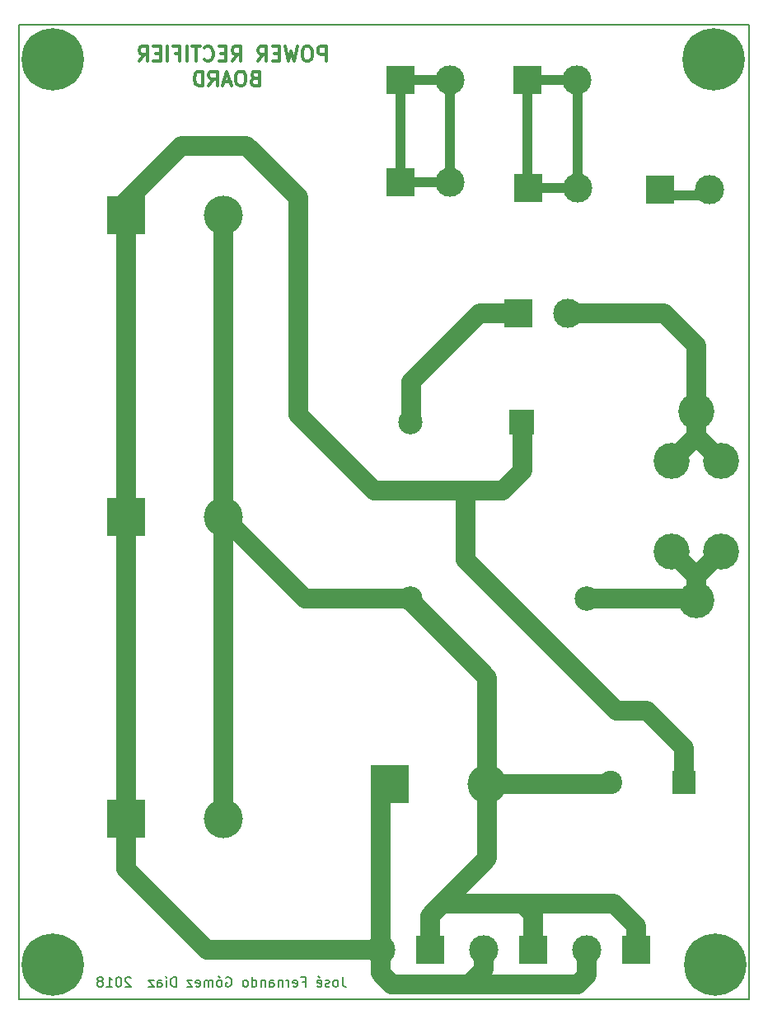
<source format=gbl>
G04 #@! TF.FileFunction,Copper,L2,Bot,Signal*
%FSLAX46Y46*%
G04 Gerber Fmt 4.6, Leading zero omitted, Abs format (unit mm)*
G04 Created by KiCad (PCBNEW 4.0.7) date 03/19/18 23:09:54*
%MOMM*%
%LPD*%
G01*
G04 APERTURE LIST*
%ADD10C,0.100000*%
%ADD11C,0.300000*%
%ADD12C,0.200000*%
%ADD13C,0.150000*%
%ADD14C,2.500000*%
%ADD15R,2.500000X2.500000*%
%ADD16R,4.000000X4.000000*%
%ADD17C,4.000000*%
%ADD18R,2.400000X2.400000*%
%ADD19C,2.400000*%
%ADD20R,3.000000X3.000000*%
%ADD21C,3.000000*%
%ADD22C,3.700000*%
%ADD23C,6.400000*%
%ADD24C,2.000000*%
%ADD25C,1.000000*%
G04 APERTURE END LIST*
D10*
D11*
X151542857Y-38703571D02*
X151542857Y-37203571D01*
X150971429Y-37203571D01*
X150828571Y-37275000D01*
X150757143Y-37346429D01*
X150685714Y-37489286D01*
X150685714Y-37703571D01*
X150757143Y-37846429D01*
X150828571Y-37917857D01*
X150971429Y-37989286D01*
X151542857Y-37989286D01*
X149757143Y-37203571D02*
X149471429Y-37203571D01*
X149328571Y-37275000D01*
X149185714Y-37417857D01*
X149114286Y-37703571D01*
X149114286Y-38203571D01*
X149185714Y-38489286D01*
X149328571Y-38632143D01*
X149471429Y-38703571D01*
X149757143Y-38703571D01*
X149900000Y-38632143D01*
X150042857Y-38489286D01*
X150114286Y-38203571D01*
X150114286Y-37703571D01*
X150042857Y-37417857D01*
X149900000Y-37275000D01*
X149757143Y-37203571D01*
X148614285Y-37203571D02*
X148257142Y-38703571D01*
X147971428Y-37632143D01*
X147685714Y-38703571D01*
X147328571Y-37203571D01*
X146757142Y-37917857D02*
X146257142Y-37917857D01*
X146042856Y-38703571D02*
X146757142Y-38703571D01*
X146757142Y-37203571D01*
X146042856Y-37203571D01*
X144542856Y-38703571D02*
X145042856Y-37989286D01*
X145399999Y-38703571D02*
X145399999Y-37203571D01*
X144828571Y-37203571D01*
X144685713Y-37275000D01*
X144614285Y-37346429D01*
X144542856Y-37489286D01*
X144542856Y-37703571D01*
X144614285Y-37846429D01*
X144685713Y-37917857D01*
X144828571Y-37989286D01*
X145399999Y-37989286D01*
X141899999Y-38703571D02*
X142399999Y-37989286D01*
X142757142Y-38703571D02*
X142757142Y-37203571D01*
X142185714Y-37203571D01*
X142042856Y-37275000D01*
X141971428Y-37346429D01*
X141899999Y-37489286D01*
X141899999Y-37703571D01*
X141971428Y-37846429D01*
X142042856Y-37917857D01*
X142185714Y-37989286D01*
X142757142Y-37989286D01*
X141257142Y-37917857D02*
X140757142Y-37917857D01*
X140542856Y-38703571D02*
X141257142Y-38703571D01*
X141257142Y-37203571D01*
X140542856Y-37203571D01*
X139042856Y-38560714D02*
X139114285Y-38632143D01*
X139328571Y-38703571D01*
X139471428Y-38703571D01*
X139685713Y-38632143D01*
X139828571Y-38489286D01*
X139899999Y-38346429D01*
X139971428Y-38060714D01*
X139971428Y-37846429D01*
X139899999Y-37560714D01*
X139828571Y-37417857D01*
X139685713Y-37275000D01*
X139471428Y-37203571D01*
X139328571Y-37203571D01*
X139114285Y-37275000D01*
X139042856Y-37346429D01*
X138614285Y-37203571D02*
X137757142Y-37203571D01*
X138185713Y-38703571D02*
X138185713Y-37203571D01*
X137257142Y-38703571D02*
X137257142Y-37203571D01*
X136042856Y-37917857D02*
X136542856Y-37917857D01*
X136542856Y-38703571D02*
X136542856Y-37203571D01*
X135828570Y-37203571D01*
X135257142Y-38703571D02*
X135257142Y-37203571D01*
X134542856Y-37917857D02*
X134042856Y-37917857D01*
X133828570Y-38703571D02*
X134542856Y-38703571D01*
X134542856Y-37203571D01*
X133828570Y-37203571D01*
X132328570Y-38703571D02*
X132828570Y-37989286D01*
X133185713Y-38703571D02*
X133185713Y-37203571D01*
X132614285Y-37203571D01*
X132471427Y-37275000D01*
X132399999Y-37346429D01*
X132328570Y-37489286D01*
X132328570Y-37703571D01*
X132399999Y-37846429D01*
X132471427Y-37917857D01*
X132614285Y-37989286D01*
X133185713Y-37989286D01*
X144221428Y-40467857D02*
X144007142Y-40539286D01*
X143935714Y-40610714D01*
X143864285Y-40753571D01*
X143864285Y-40967857D01*
X143935714Y-41110714D01*
X144007142Y-41182143D01*
X144150000Y-41253571D01*
X144721428Y-41253571D01*
X144721428Y-39753571D01*
X144221428Y-39753571D01*
X144078571Y-39825000D01*
X144007142Y-39896429D01*
X143935714Y-40039286D01*
X143935714Y-40182143D01*
X144007142Y-40325000D01*
X144078571Y-40396429D01*
X144221428Y-40467857D01*
X144721428Y-40467857D01*
X142935714Y-39753571D02*
X142650000Y-39753571D01*
X142507142Y-39825000D01*
X142364285Y-39967857D01*
X142292857Y-40253571D01*
X142292857Y-40753571D01*
X142364285Y-41039286D01*
X142507142Y-41182143D01*
X142650000Y-41253571D01*
X142935714Y-41253571D01*
X143078571Y-41182143D01*
X143221428Y-41039286D01*
X143292857Y-40753571D01*
X143292857Y-40253571D01*
X143221428Y-39967857D01*
X143078571Y-39825000D01*
X142935714Y-39753571D01*
X141721428Y-40825000D02*
X141007142Y-40825000D01*
X141864285Y-41253571D02*
X141364285Y-39753571D01*
X140864285Y-41253571D01*
X139507142Y-41253571D02*
X140007142Y-40539286D01*
X140364285Y-41253571D02*
X140364285Y-39753571D01*
X139792857Y-39753571D01*
X139649999Y-39825000D01*
X139578571Y-39896429D01*
X139507142Y-40039286D01*
X139507142Y-40253571D01*
X139578571Y-40396429D01*
X139649999Y-40467857D01*
X139792857Y-40539286D01*
X140364285Y-40539286D01*
X138864285Y-41253571D02*
X138864285Y-39753571D01*
X138507142Y-39753571D01*
X138292857Y-39825000D01*
X138149999Y-39967857D01*
X138078571Y-40110714D01*
X138007142Y-40396429D01*
X138007142Y-40610714D01*
X138078571Y-40896429D01*
X138149999Y-41039286D01*
X138292857Y-41182143D01*
X138507142Y-41253571D01*
X138864285Y-41253571D01*
D12*
X153228572Y-132752381D02*
X153228572Y-133466667D01*
X153276192Y-133609524D01*
X153371430Y-133704762D01*
X153514287Y-133752381D01*
X153609525Y-133752381D01*
X152609525Y-133752381D02*
X152704763Y-133704762D01*
X152752382Y-133657143D01*
X152800001Y-133561905D01*
X152800001Y-133276190D01*
X152752382Y-133180952D01*
X152704763Y-133133333D01*
X152609525Y-133085714D01*
X152466667Y-133085714D01*
X152371429Y-133133333D01*
X152323810Y-133180952D01*
X152276191Y-133276190D01*
X152276191Y-133561905D01*
X152323810Y-133657143D01*
X152371429Y-133704762D01*
X152466667Y-133752381D01*
X152609525Y-133752381D01*
X151895239Y-133704762D02*
X151800001Y-133752381D01*
X151609525Y-133752381D01*
X151514286Y-133704762D01*
X151466667Y-133609524D01*
X151466667Y-133561905D01*
X151514286Y-133466667D01*
X151609525Y-133419048D01*
X151752382Y-133419048D01*
X151847620Y-133371429D01*
X151895239Y-133276190D01*
X151895239Y-133228571D01*
X151847620Y-133133333D01*
X151752382Y-133085714D01*
X151609525Y-133085714D01*
X151514286Y-133133333D01*
X150657143Y-133704762D02*
X150752381Y-133752381D01*
X150942858Y-133752381D01*
X151038096Y-133704762D01*
X151085715Y-133609524D01*
X151085715Y-133228571D01*
X151038096Y-133133333D01*
X150942858Y-133085714D01*
X150752381Y-133085714D01*
X150657143Y-133133333D01*
X150609524Y-133228571D01*
X150609524Y-133323810D01*
X151085715Y-133419048D01*
X150752381Y-132704762D02*
X150895239Y-132847619D01*
X149085714Y-133228571D02*
X149419048Y-133228571D01*
X149419048Y-133752381D02*
X149419048Y-132752381D01*
X148942857Y-132752381D01*
X148180952Y-133704762D02*
X148276190Y-133752381D01*
X148466667Y-133752381D01*
X148561905Y-133704762D01*
X148609524Y-133609524D01*
X148609524Y-133228571D01*
X148561905Y-133133333D01*
X148466667Y-133085714D01*
X148276190Y-133085714D01*
X148180952Y-133133333D01*
X148133333Y-133228571D01*
X148133333Y-133323810D01*
X148609524Y-133419048D01*
X147704762Y-133752381D02*
X147704762Y-133085714D01*
X147704762Y-133276190D02*
X147657143Y-133180952D01*
X147609524Y-133133333D01*
X147514286Y-133085714D01*
X147419047Y-133085714D01*
X147085714Y-133085714D02*
X147085714Y-133752381D01*
X147085714Y-133180952D02*
X147038095Y-133133333D01*
X146942857Y-133085714D01*
X146799999Y-133085714D01*
X146704761Y-133133333D01*
X146657142Y-133228571D01*
X146657142Y-133752381D01*
X145752380Y-133752381D02*
X145752380Y-133228571D01*
X145799999Y-133133333D01*
X145895237Y-133085714D01*
X146085714Y-133085714D01*
X146180952Y-133133333D01*
X145752380Y-133704762D02*
X145847618Y-133752381D01*
X146085714Y-133752381D01*
X146180952Y-133704762D01*
X146228571Y-133609524D01*
X146228571Y-133514286D01*
X146180952Y-133419048D01*
X146085714Y-133371429D01*
X145847618Y-133371429D01*
X145752380Y-133323810D01*
X145276190Y-133085714D02*
X145276190Y-133752381D01*
X145276190Y-133180952D02*
X145228571Y-133133333D01*
X145133333Y-133085714D01*
X144990475Y-133085714D01*
X144895237Y-133133333D01*
X144847618Y-133228571D01*
X144847618Y-133752381D01*
X143942856Y-133752381D02*
X143942856Y-132752381D01*
X143942856Y-133704762D02*
X144038094Y-133752381D01*
X144228571Y-133752381D01*
X144323809Y-133704762D01*
X144371428Y-133657143D01*
X144419047Y-133561905D01*
X144419047Y-133276190D01*
X144371428Y-133180952D01*
X144323809Y-133133333D01*
X144228571Y-133085714D01*
X144038094Y-133085714D01*
X143942856Y-133133333D01*
X143323809Y-133752381D02*
X143419047Y-133704762D01*
X143466666Y-133657143D01*
X143514285Y-133561905D01*
X143514285Y-133276190D01*
X143466666Y-133180952D01*
X143419047Y-133133333D01*
X143323809Y-133085714D01*
X143180951Y-133085714D01*
X143085713Y-133133333D01*
X143038094Y-133180952D01*
X142990475Y-133276190D01*
X142990475Y-133561905D01*
X143038094Y-133657143D01*
X143085713Y-133704762D01*
X143180951Y-133752381D01*
X143323809Y-133752381D01*
X141276189Y-132800000D02*
X141371427Y-132752381D01*
X141514284Y-132752381D01*
X141657142Y-132800000D01*
X141752380Y-132895238D01*
X141799999Y-132990476D01*
X141847618Y-133180952D01*
X141847618Y-133323810D01*
X141799999Y-133514286D01*
X141752380Y-133609524D01*
X141657142Y-133704762D01*
X141514284Y-133752381D01*
X141419046Y-133752381D01*
X141276189Y-133704762D01*
X141228570Y-133657143D01*
X141228570Y-133323810D01*
X141419046Y-133323810D01*
X140657142Y-133752381D02*
X140752380Y-133704762D01*
X140799999Y-133657143D01*
X140847618Y-133561905D01*
X140847618Y-133276190D01*
X140799999Y-133180952D01*
X140752380Y-133133333D01*
X140657142Y-133085714D01*
X140514284Y-133085714D01*
X140419046Y-133133333D01*
X140371427Y-133180952D01*
X140323808Y-133276190D01*
X140323808Y-133561905D01*
X140371427Y-133657143D01*
X140419046Y-133704762D01*
X140514284Y-133752381D01*
X140657142Y-133752381D01*
X140466665Y-132704762D02*
X140609523Y-132847619D01*
X139895237Y-133752381D02*
X139895237Y-133085714D01*
X139895237Y-133180952D02*
X139847618Y-133133333D01*
X139752380Y-133085714D01*
X139609522Y-133085714D01*
X139514284Y-133133333D01*
X139466665Y-133228571D01*
X139466665Y-133752381D01*
X139466665Y-133228571D02*
X139419046Y-133133333D01*
X139323808Y-133085714D01*
X139180951Y-133085714D01*
X139085713Y-133133333D01*
X139038094Y-133228571D01*
X139038094Y-133752381D01*
X138180951Y-133704762D02*
X138276189Y-133752381D01*
X138466666Y-133752381D01*
X138561904Y-133704762D01*
X138609523Y-133609524D01*
X138609523Y-133228571D01*
X138561904Y-133133333D01*
X138466666Y-133085714D01*
X138276189Y-133085714D01*
X138180951Y-133133333D01*
X138133332Y-133228571D01*
X138133332Y-133323810D01*
X138609523Y-133419048D01*
X137799999Y-133085714D02*
X137276189Y-133085714D01*
X137799999Y-133752381D01*
X137276189Y-133752381D01*
X136133332Y-133752381D02*
X136133332Y-132752381D01*
X135895237Y-132752381D01*
X135752379Y-132800000D01*
X135657141Y-132895238D01*
X135609522Y-132990476D01*
X135561903Y-133180952D01*
X135561903Y-133323810D01*
X135609522Y-133514286D01*
X135657141Y-133609524D01*
X135752379Y-133704762D01*
X135895237Y-133752381D01*
X136133332Y-133752381D01*
X135133332Y-133752381D02*
X135133332Y-133085714D01*
X135038094Y-132704762D02*
X135180951Y-132847619D01*
X134228570Y-133752381D02*
X134228570Y-133228571D01*
X134276189Y-133133333D01*
X134371427Y-133085714D01*
X134561904Y-133085714D01*
X134657142Y-133133333D01*
X134228570Y-133704762D02*
X134323808Y-133752381D01*
X134561904Y-133752381D01*
X134657142Y-133704762D01*
X134704761Y-133609524D01*
X134704761Y-133514286D01*
X134657142Y-133419048D01*
X134561904Y-133371429D01*
X134323808Y-133371429D01*
X134228570Y-133323810D01*
X133847618Y-133085714D02*
X133323808Y-133085714D01*
X133847618Y-133752381D01*
X133323808Y-133752381D01*
X131466665Y-132847619D02*
X131419046Y-132800000D01*
X131323808Y-132752381D01*
X131085712Y-132752381D01*
X130990474Y-132800000D01*
X130942855Y-132847619D01*
X130895236Y-132942857D01*
X130895236Y-133038095D01*
X130942855Y-133180952D01*
X131514284Y-133752381D01*
X130895236Y-133752381D01*
X130276189Y-132752381D02*
X130180950Y-132752381D01*
X130085712Y-132800000D01*
X130038093Y-132847619D01*
X129990474Y-132942857D01*
X129942855Y-133133333D01*
X129942855Y-133371429D01*
X129990474Y-133561905D01*
X130038093Y-133657143D01*
X130085712Y-133704762D01*
X130180950Y-133752381D01*
X130276189Y-133752381D01*
X130371427Y-133704762D01*
X130419046Y-133657143D01*
X130466665Y-133561905D01*
X130514284Y-133371429D01*
X130514284Y-133133333D01*
X130466665Y-132942857D01*
X130419046Y-132847619D01*
X130371427Y-132800000D01*
X130276189Y-132752381D01*
X128990474Y-133752381D02*
X129561903Y-133752381D01*
X129276189Y-133752381D02*
X129276189Y-132752381D01*
X129371427Y-132895238D01*
X129466665Y-132990476D01*
X129561903Y-133038095D01*
X128419046Y-133180952D02*
X128514284Y-133133333D01*
X128561903Y-133085714D01*
X128609522Y-132990476D01*
X128609522Y-132942857D01*
X128561903Y-132847619D01*
X128514284Y-132800000D01*
X128419046Y-132752381D01*
X128228569Y-132752381D01*
X128133331Y-132800000D01*
X128085712Y-132847619D01*
X128038093Y-132942857D01*
X128038093Y-132990476D01*
X128085712Y-133085714D01*
X128133331Y-133133333D01*
X128228569Y-133180952D01*
X128419046Y-133180952D01*
X128514284Y-133228571D01*
X128561903Y-133276190D01*
X128609522Y-133371429D01*
X128609522Y-133561905D01*
X128561903Y-133657143D01*
X128514284Y-133704762D01*
X128419046Y-133752381D01*
X128228569Y-133752381D01*
X128133331Y-133704762D01*
X128085712Y-133657143D01*
X128038093Y-133561905D01*
X128038093Y-133371429D01*
X128085712Y-133276190D01*
X128133331Y-133228571D01*
X128228569Y-133180952D01*
D13*
X195000000Y-35000000D02*
X120000000Y-35000000D01*
X195000000Y-135000000D02*
X195000000Y-35000000D01*
X120000000Y-35000000D02*
X120000000Y-135000000D01*
X120000000Y-135000000D02*
X195000000Y-135000000D01*
D14*
X178300000Y-93900000D03*
X160200000Y-75800000D03*
D15*
X171600000Y-75800000D03*
D14*
X160200000Y-93900000D03*
D16*
X131000000Y-54500000D03*
D17*
X141000000Y-54500000D03*
D16*
X131000000Y-85500000D03*
D17*
X141000000Y-85500000D03*
D16*
X131000000Y-116500000D03*
D17*
X141000000Y-116500000D03*
D16*
X158100000Y-112900000D03*
D17*
X168100000Y-112900000D03*
D18*
X188300000Y-112800000D03*
D19*
X180800000Y-112800000D03*
D20*
X159200000Y-40600000D03*
D21*
X164280000Y-40600000D03*
D20*
X172200000Y-40600000D03*
D21*
X177280000Y-40600000D03*
D20*
X159200000Y-51100000D03*
D21*
X164280000Y-51100000D03*
D20*
X172300000Y-51700000D03*
D21*
X177380000Y-51700000D03*
D20*
X185900000Y-51900000D03*
D21*
X190980000Y-51900000D03*
D20*
X171300000Y-64600000D03*
D21*
X176380000Y-64600000D03*
D20*
X162200000Y-130000000D03*
D21*
X157120000Y-130000000D03*
D20*
X172800000Y-130000000D03*
D21*
X167720000Y-130000000D03*
D20*
X183400000Y-130000000D03*
D21*
X178320000Y-130000000D03*
D22*
X189600000Y-74700000D03*
X189600000Y-94100000D03*
X187040000Y-79740000D03*
X192150000Y-79740000D03*
X187060000Y-89060000D03*
X192160000Y-89060000D03*
D23*
X123500000Y-38500000D03*
X123500000Y-131500000D03*
X191400000Y-38500000D03*
X191500000Y-131500000D03*
D24*
X167720000Y-130000000D02*
X167720000Y-131980000D01*
X167720000Y-131980000D02*
X166200000Y-133500000D01*
X167900000Y-130180000D02*
X167720000Y-130000000D01*
X157120000Y-130000000D02*
X157120000Y-132320000D01*
X157120000Y-132320000D02*
X158300000Y-133500000D01*
X158300000Y-133500000D02*
X166200000Y-133500000D01*
X178320000Y-132580000D02*
X178320000Y-130000000D01*
X167900000Y-133500000D02*
X177400000Y-133500000D01*
X166200000Y-133500000D02*
X167900000Y-133500000D01*
X177400000Y-133500000D02*
X178320000Y-132580000D01*
X157120000Y-130000000D02*
X157120000Y-113880000D01*
X157120000Y-113880000D02*
X158100000Y-112900000D01*
X131000000Y-116500000D02*
X131000000Y-85500000D01*
X157120000Y-130000000D02*
X139300000Y-130000000D01*
X131000000Y-121700000D02*
X131000000Y-116500000D01*
X139300000Y-130000000D02*
X131000000Y-121700000D01*
X165900000Y-82800000D02*
X165900000Y-89900000D01*
X188300000Y-109200000D02*
X188300000Y-112800000D01*
X184500000Y-105400000D02*
X188300000Y-109200000D01*
X181400000Y-105400000D02*
X184500000Y-105400000D01*
X165900000Y-89900000D02*
X181400000Y-105400000D01*
X131000000Y-54500000D02*
X131000000Y-53100000D01*
X171700000Y-80800000D02*
X171700000Y-75800000D01*
X169700000Y-82800000D02*
X171700000Y-80800000D01*
X156500000Y-82800000D02*
X165900000Y-82800000D01*
X165900000Y-82800000D02*
X169700000Y-82800000D01*
X148700000Y-75000000D02*
X156500000Y-82800000D01*
X148700000Y-52700000D02*
X148700000Y-75000000D01*
X143400000Y-47400000D02*
X148700000Y-52700000D01*
X136700000Y-47400000D02*
X143400000Y-47400000D01*
X131000000Y-53100000D02*
X136700000Y-47400000D01*
X158100000Y-112900000D02*
X158100000Y-113800000D01*
X131000000Y-54500000D02*
X131000000Y-85500000D01*
X168100000Y-112900000D02*
X168100000Y-120600000D01*
X168100000Y-120600000D02*
X162200000Y-126500000D01*
X171700000Y-125200000D02*
X181100000Y-125200000D01*
X183400000Y-127500000D02*
X183400000Y-130000000D01*
X181100000Y-125200000D02*
X183400000Y-127500000D01*
X162200000Y-130000000D02*
X162200000Y-126500000D01*
X172800000Y-126300000D02*
X172800000Y-130000000D01*
X171700000Y-125200000D02*
X172800000Y-126300000D01*
X163500000Y-125200000D02*
X171700000Y-125200000D01*
X162200000Y-126500000D02*
X163500000Y-125200000D01*
X160300000Y-93900000D02*
X149400000Y-93900000D01*
X149400000Y-93900000D02*
X141000000Y-85500000D01*
X160300000Y-93900000D02*
X160000000Y-93900000D01*
X168100000Y-102000000D02*
X168100000Y-112900000D01*
X160000000Y-93900000D02*
X168100000Y-102000000D01*
X141000000Y-85500000D02*
X141000000Y-116500000D01*
X141000000Y-54500000D02*
X141000000Y-85500000D01*
X168100000Y-112900000D02*
X180700000Y-112900000D01*
X180700000Y-112900000D02*
X180800000Y-112800000D01*
X178400000Y-93900000D02*
X189400000Y-93900000D01*
X189400000Y-93900000D02*
X189600000Y-94100000D01*
X189600000Y-94100000D02*
X189600000Y-91620000D01*
X189600000Y-91620000D02*
X192160000Y-89060000D01*
X189600000Y-94100000D02*
X189600000Y-91600000D01*
X189600000Y-91600000D02*
X187060000Y-89060000D01*
X171300000Y-64600000D02*
X167300000Y-64600000D01*
X160300000Y-71600000D02*
X160300000Y-75800000D01*
X167300000Y-64600000D02*
X160300000Y-71600000D01*
X189600000Y-74700000D02*
X189600000Y-77190000D01*
X189600000Y-77190000D02*
X192150000Y-79740000D01*
X189600000Y-74700000D02*
X189600000Y-77180000D01*
X189600000Y-77180000D02*
X187040000Y-79740000D01*
X176380000Y-64600000D02*
X186300000Y-64600000D01*
X189600000Y-67900000D02*
X189600000Y-74700000D01*
X186300000Y-64600000D02*
X189600000Y-67900000D01*
D25*
X164280000Y-51100000D02*
X164280000Y-40600000D01*
X159200000Y-40600000D02*
X159200000Y-51100000D01*
X159200000Y-51100000D02*
X164280000Y-51100000D01*
X164280000Y-40600000D02*
X159200000Y-40600000D01*
X177280000Y-40600000D02*
X172200000Y-40600000D01*
X177380000Y-51700000D02*
X177380000Y-40700000D01*
X177380000Y-40700000D02*
X177280000Y-40600000D01*
X172300000Y-51700000D02*
X177380000Y-51700000D01*
X172200000Y-40600000D02*
X172200000Y-51600000D01*
X172200000Y-51600000D02*
X172300000Y-51700000D01*
X184900000Y-52500000D02*
X189980000Y-52500000D01*
M02*

</source>
